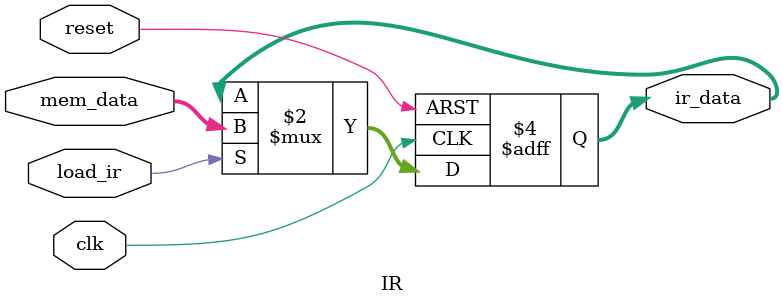
<source format=v>
module IR (
    input clk,
    input reset,
    input load_ir,
    input [7:0] mem_data,
    output reg [7:0] ir_data
    );
    always @(posedge clk or posedge reset) begin
        if (reset)
            ir_data <= 8'd0;
        else if (load_ir)
            ir_data <= mem_data;
    end
endmodule
</source>
